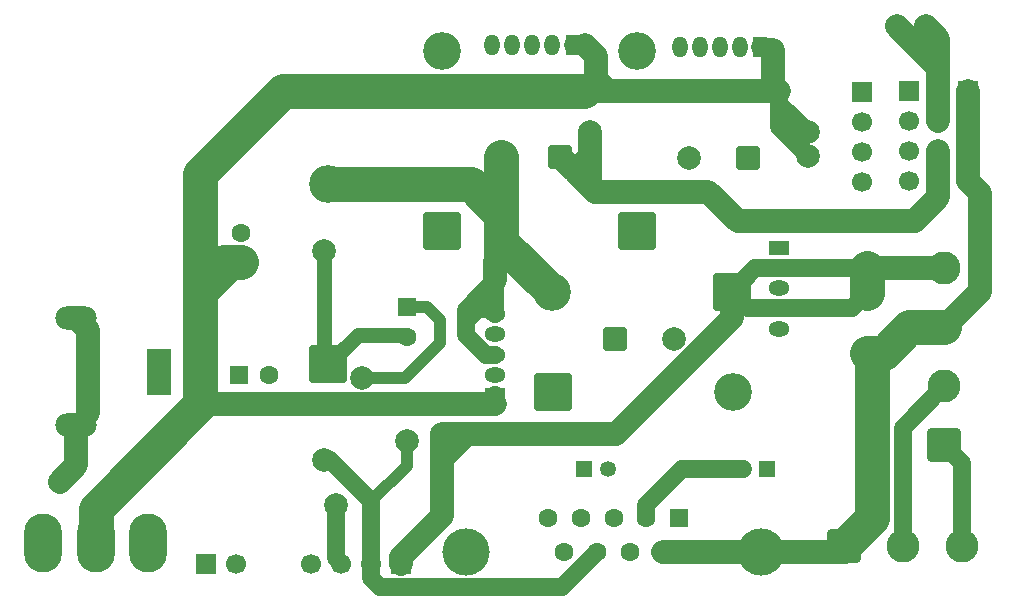
<source format=gbr>
%TF.GenerationSoftware,KiCad,Pcbnew,9.0.2*%
%TF.CreationDate,2025-06-26T14:56:16+08:00*%
%TF.ProjectId,deehli_board,64656568-6c69-45f6-926f-6172642e6b69,rev?*%
%TF.SameCoordinates,Original*%
%TF.FileFunction,Copper,L2,Bot*%
%TF.FilePolarity,Positive*%
%FSLAX46Y46*%
G04 Gerber Fmt 4.6, Leading zero omitted, Abs format (unit mm)*
G04 Created by KiCad (PCBNEW 9.0.2) date 2025-06-26 14:56:16*
%MOMM*%
%LPD*%
G01*
G04 APERTURE LIST*
G04 Aperture macros list*
%AMRoundRect*
0 Rectangle with rounded corners*
0 $1 Rounding radius*
0 $2 $3 $4 $5 $6 $7 $8 $9 X,Y pos of 4 corners*
0 Add a 4 corners polygon primitive as box body*
4,1,4,$2,$3,$4,$5,$6,$7,$8,$9,$2,$3,0*
0 Add four circle primitives for the rounded corners*
1,1,$1+$1,$2,$3*
1,1,$1+$1,$4,$5*
1,1,$1+$1,$6,$7*
1,1,$1+$1,$8,$9*
0 Add four rect primitives between the rounded corners*
20,1,$1+$1,$2,$3,$4,$5,0*
20,1,$1+$1,$4,$5,$6,$7,0*
20,1,$1+$1,$6,$7,$8,$9,0*
20,1,$1+$1,$8,$9,$2,$3,0*%
G04 Aperture macros list end*
%TA.AperFunction,ComponentPad*%
%ADD10RoundRect,0.250001X1.149999X-1.149999X1.149999X1.149999X-1.149999X1.149999X-1.149999X-1.149999X0*%
%TD*%
%TA.AperFunction,ComponentPad*%
%ADD11C,2.800000*%
%TD*%
%TA.AperFunction,ComponentPad*%
%ADD12R,1.700000X1.700000*%
%TD*%
%TA.AperFunction,ComponentPad*%
%ADD13C,1.700000*%
%TD*%
%TA.AperFunction,ComponentPad*%
%ADD14RoundRect,0.250000X-0.750000X-0.750000X0.750000X-0.750000X0.750000X0.750000X-0.750000X0.750000X0*%
%TD*%
%TA.AperFunction,ComponentPad*%
%ADD15C,2.000000*%
%TD*%
%TA.AperFunction,ComponentPad*%
%ADD16RoundRect,0.250001X-1.149999X-1.149999X1.149999X-1.149999X1.149999X1.149999X-1.149999X1.149999X0*%
%TD*%
%TA.AperFunction,ComponentPad*%
%ADD17RoundRect,0.250000X-0.550000X0.550000X-0.550000X-0.550000X0.550000X-0.550000X0.550000X0.550000X0*%
%TD*%
%TA.AperFunction,ComponentPad*%
%ADD18C,1.600000*%
%TD*%
%TA.AperFunction,ComponentPad*%
%ADD19RoundRect,0.250000X0.750000X0.750000X-0.750000X0.750000X-0.750000X-0.750000X0.750000X-0.750000X0*%
%TD*%
%TA.AperFunction,ComponentPad*%
%ADD20RoundRect,0.250000X0.550000X-0.550000X0.550000X0.550000X-0.550000X0.550000X-0.550000X-0.550000X0*%
%TD*%
%TA.AperFunction,ComponentPad*%
%ADD21R,1.350000X1.350000*%
%TD*%
%TA.AperFunction,ComponentPad*%
%ADD22C,1.350000*%
%TD*%
%TA.AperFunction,ComponentPad*%
%ADD23C,4.000000*%
%TD*%
%TA.AperFunction,ComponentPad*%
%ADD24R,1.600000X1.600000*%
%TD*%
%TA.AperFunction,ComponentPad*%
%ADD25R,1.275000X1.800000*%
%TD*%
%TA.AperFunction,ComponentPad*%
%ADD26O,1.275000X1.800000*%
%TD*%
%TA.AperFunction,ComponentPad*%
%ADD27R,1.800000X1.275000*%
%TD*%
%TA.AperFunction,ComponentPad*%
%ADD28O,1.800000X1.275000*%
%TD*%
%TA.AperFunction,ComponentPad*%
%ADD29RoundRect,0.250000X-0.550000X-0.550000X0.550000X-0.550000X0.550000X0.550000X-0.550000X0.550000X0*%
%TD*%
%TA.AperFunction,ComponentPad*%
%ADD30O,3.200000X5.000000*%
%TD*%
%TA.AperFunction,ComponentPad*%
%ADD31R,2.000000X4.000000*%
%TD*%
%TA.AperFunction,ComponentPad*%
%ADD32O,2.000000X3.300000*%
%TD*%
%TA.AperFunction,ComponentPad*%
%ADD33O,3.500000X2.000000*%
%TD*%
%TA.AperFunction,ComponentPad*%
%ADD34RoundRect,0.250000X-0.750000X0.750000X-0.750000X-0.750000X0.750000X-0.750000X0.750000X0.750000X0*%
%TD*%
%TA.AperFunction,ComponentPad*%
%ADD35RoundRect,0.250000X1.350000X-1.350000X1.350000X1.350000X-1.350000X1.350000X-1.350000X-1.350000X0*%
%TD*%
%TA.AperFunction,ComponentPad*%
%ADD36C,3.200000*%
%TD*%
%TA.AperFunction,ComponentPad*%
%ADD37RoundRect,0.250000X1.350000X1.350000X-1.350000X1.350000X-1.350000X-1.350000X1.350000X-1.350000X0*%
%TD*%
%TA.AperFunction,ComponentPad*%
%ADD38RoundRect,0.250000X-1.350000X-1.350000X1.350000X-1.350000X1.350000X1.350000X-1.350000X1.350000X0*%
%TD*%
%TA.AperFunction,ViaPad*%
%ADD39C,2.000000*%
%TD*%
%TA.AperFunction,Conductor*%
%ADD40C,2.000000*%
%TD*%
%TA.AperFunction,Conductor*%
%ADD41C,3.000000*%
%TD*%
%TA.AperFunction,Conductor*%
%ADD42C,1.500000*%
%TD*%
%TA.AperFunction,Conductor*%
%ADD43C,1.000000*%
%TD*%
%TA.AperFunction,Conductor*%
%ADD44C,1.270000*%
%TD*%
G04 APERTURE END LIST*
D10*
%TO.P,J6,1,Pin_1*%
%TO.N,CAN_L*%
X107500000Y-73891022D03*
D11*
%TO.P,J6,2,Pin_2*%
%TO.N,CAN_H*%
X107500000Y-68891022D03*
%TO.P,J6,3,Pin_3*%
%TO.N,GND*%
X107500000Y-63891022D03*
%TO.P,J6,4,Pin_4*%
%TO.N,15V_Other*%
X107500000Y-58891022D03*
%TD*%
D12*
%TO.P,PWR_IN2,1,Pin_1*%
%TO.N,Net-(PWR_IN2-Pin_1)*%
X45021584Y-83891022D03*
D13*
%TO.P,PWR_IN2,2,Pin_2*%
%TO.N,GND*%
X47561584Y-83891022D03*
%TD*%
D14*
%TO.P,C6,1*%
%TO.N,15V_ZDT*%
X79632323Y-64891022D03*
D15*
%TO.P,C6,2*%
%TO.N,GND*%
X84632323Y-64891022D03*
%TD*%
D16*
%TO.P,J5,1,Pin_1*%
%TO.N,GND*%
X99000000Y-82391022D03*
D11*
%TO.P,J5,2,Pin_2*%
%TO.N,CAN_H*%
X104000000Y-82391022D03*
%TO.P,J5,3,Pin_3*%
%TO.N,CAN_L*%
X109000000Y-82391022D03*
%TD*%
D17*
%TO.P,C5,1*%
%TO.N,5V_Other*%
X62000000Y-62208643D03*
D18*
%TO.P,C5,2*%
%TO.N,Net-(D12-K)*%
X62000000Y-64708643D03*
%TD*%
D19*
%TO.P,C3,1*%
%TO.N,5V_Servo12*%
X90867677Y-49581022D03*
D15*
%TO.P,C3,2*%
%TO.N,GND*%
X85867677Y-49581022D03*
%TD*%
D12*
%TO.P,J3,1,Pin_1*%
%TO.N,15V_Other*%
X61540000Y-83891022D03*
D13*
%TO.P,J3,2,Pin_2*%
%TO.N,5V_Other*%
X59000000Y-83891022D03*
%TO.P,J3,3,Pin_3*%
%TO.N,3.3V_Other*%
X56460000Y-83891022D03*
%TO.P,J3,4,Pin_4*%
%TO.N,GND*%
X53920000Y-83891022D03*
%TD*%
D20*
%TO.P,C1,1*%
%TO.N,Net-(SW1A-B)*%
X48000000Y-58391022D03*
D18*
%TO.P,C1,2*%
%TO.N,GND*%
X48000000Y-55891022D03*
%TD*%
D21*
%TO.P,JP1,1,A*%
%TO.N,unconnected-(JP1-A-Pad1)*%
X77000000Y-75891022D03*
D22*
%TO.P,JP1,2,B*%
%TO.N,unconnected-(JP1-B-Pad2)*%
X79000000Y-75891022D03*
%TD*%
D23*
%TO.P,J4,0,PAD*%
%TO.N,GND*%
X67000000Y-82891022D03*
X92000000Y-82891022D03*
D24*
%TO.P,J4,1,1*%
%TO.N,unconnected-(J4-Pad1)*%
X85040000Y-80051022D03*
D18*
%TO.P,J4,2,2*%
%TO.N,CAN_L*%
X82270000Y-80051022D03*
%TO.P,J4,3,3*%
%TO.N,CAN_H*%
X79500000Y-80051022D03*
%TO.P,J4,4,4*%
%TO.N,unconnected-(J4-Pad4)*%
X76730000Y-80051022D03*
%TO.P,J4,5,5*%
%TO.N,unconnected-(J4-Pad5)*%
X73960000Y-80051022D03*
%TO.P,J4,6,6*%
%TO.N,GND*%
X83655000Y-82891022D03*
%TO.P,J4,7,7*%
%TO.N,3.3V_Other*%
X80885000Y-82891022D03*
%TO.P,J4,8,8*%
%TO.N,5V_Other*%
X78115000Y-82891022D03*
%TO.P,J4,9,9*%
%TO.N,15V_ZDT*%
X75345000Y-82891022D03*
%TD*%
D12*
%TO.P,J2,1,Pin_1*%
%TO.N,Net-(J1-Pin_1)*%
X100500000Y-43951397D03*
D13*
%TO.P,J2,2,Pin_2*%
%TO.N,Net-(J1-Pin_2)*%
X100500000Y-46491397D03*
%TO.P,J2,3,Pin_3*%
%TO.N,Net-(J1-Pin_3)*%
X100500000Y-49031397D03*
%TO.P,J2,4,Pin_4*%
%TO.N,Net-(J1-Pin_4)*%
X100500000Y-51571397D03*
%TD*%
D25*
%TO.P,U3,1,VIN*%
%TO.N,Net-(SW1A-B)*%
X91900000Y-40131022D03*
D26*
%TO.P,U3,2,OUT*%
%TO.N,5V_Servo12*%
X90200000Y-40131022D03*
%TO.P,U3,3,GND*%
%TO.N,GND*%
X88500000Y-40131022D03*
%TO.P,U3,4,FB*%
%TO.N,5V_Servo12*%
X86800000Y-40131022D03*
%TO.P,U3,5,~{ON}/OFF*%
%TO.N,GND*%
X85100000Y-40131022D03*
%TD*%
D27*
%TO.P,U6,1,VIN*%
%TO.N,Net-(SW1A-B)*%
X69500000Y-69591022D03*
D28*
%TO.P,U6,2,OUT*%
%TO.N,15V_ZDT*%
X69500000Y-67891022D03*
%TO.P,U6,3,GND*%
%TO.N,GND*%
X69500000Y-66191022D03*
%TO.P,U6,4,FB*%
%TO.N,15V_ZDT*%
X69500000Y-64491022D03*
%TO.P,U6,5,~{ON}/OFF*%
%TO.N,GND*%
X69500000Y-62791022D03*
%TD*%
D19*
%TO.P,C2,1*%
%TO.N,5V_Servo34*%
X75000000Y-49457183D03*
D15*
%TO.P,C2,2*%
%TO.N,GND*%
X70000000Y-49457183D03*
%TD*%
D21*
%TO.P,JP2,1,A*%
%TO.N,Net-(JP2-A)*%
X92500000Y-75891022D03*
D22*
%TO.P,JP2,2,B*%
%TO.N,CAN_L*%
X90500000Y-75891022D03*
%TD*%
D29*
%TO.P,C4,1*%
%TO.N,3.3V_Other*%
X47817621Y-67891022D03*
D18*
%TO.P,C4,2*%
%TO.N,GND*%
X50317621Y-67891022D03*
%TD*%
D30*
%TO.P,SW1,1,A*%
%TO.N,GND*%
X31203344Y-82146524D03*
%TO.P,SW1,2,B*%
%TO.N,Net-(SW1A-B)*%
X35653344Y-82146524D03*
%TO.P,SW1,3,C*%
%TO.N,Net-(PWR_IN2-Pin_1)*%
X40103344Y-82146524D03*
%TD*%
D27*
%TO.P,U4,1,VIN*%
%TO.N,Net-(SW1A-B)*%
X93500000Y-57191022D03*
D28*
%TO.P,U4,2,OUT*%
%TO.N,15V_Other*%
X93500000Y-58891022D03*
%TO.P,U4,3,GND*%
%TO.N,GND*%
X93500000Y-60591022D03*
%TO.P,U4,4,FB*%
%TO.N,15V_Other*%
X93500000Y-62291022D03*
%TO.P,U4,5,~{ON}/OFF*%
%TO.N,GND*%
X93500000Y-63991022D03*
%TD*%
D31*
%TO.P,PWR_IN1,1*%
%TO.N,Net-(PWR_IN2-Pin_1)*%
X41000000Y-67641022D03*
D32*
%TO.P,PWR_IN1,2*%
%TO.N,GND*%
X35000000Y-67641022D03*
D33*
%TO.P,PWR_IN1,MP,MountPin*%
X34000000Y-63141022D03*
X34000000Y-72141022D03*
%TD*%
D25*
%TO.P,U2,1,VIN*%
%TO.N,Net-(SW1A-B)*%
X76032323Y-40007183D03*
D26*
%TO.P,U2,2,OUT*%
%TO.N,5V_Servo34*%
X74332323Y-40007183D03*
%TO.P,U2,3,GND*%
%TO.N,GND*%
X72632323Y-40007183D03*
%TO.P,U2,4,FB*%
%TO.N,5V_Servo34*%
X70932323Y-40007183D03*
%TO.P,U2,5,~{ON}/OFF*%
%TO.N,GND*%
X69232323Y-40007183D03*
%TD*%
D12*
%TO.P,J1,1,Pin_1*%
%TO.N,Net-(J1-Pin_1)*%
X104500000Y-43891022D03*
D13*
%TO.P,J1,2,Pin_2*%
%TO.N,Net-(J1-Pin_2)*%
X104500000Y-46431022D03*
%TO.P,J1,3,Pin_3*%
%TO.N,Net-(J1-Pin_3)*%
X104500000Y-48971022D03*
%TO.P,J1,4,Pin_4*%
%TO.N,Net-(J1-Pin_4)*%
X104500000Y-51511022D03*
D12*
%TO.P,J1,5,Pin_5*%
%TO.N,5V_Servo12*%
X107000000Y-43891022D03*
D13*
%TO.P,J1,6,Pin_6*%
X107000000Y-46431022D03*
%TO.P,J1,7,Pin_7*%
%TO.N,5V_Servo34*%
X107000000Y-48971022D03*
%TO.P,J1,8,Pin_8*%
X107000000Y-51511022D03*
D12*
%TO.P,J1,9,Pin_9*%
%TO.N,GND*%
X109500000Y-43891022D03*
D13*
%TO.P,J1,10,Pin_10*%
X109500000Y-46431022D03*
%TO.P,J1,11,Pin_11*%
X109500000Y-48971022D03*
%TO.P,J1,12,Pin_12*%
X109500000Y-51511022D03*
%TD*%
D34*
%TO.P,C7,1*%
%TO.N,15V_Other*%
X101000000Y-61023345D03*
D15*
%TO.P,C7,2*%
%TO.N,GND*%
X101000000Y-66023345D03*
%TD*%
D35*
%TO.P,D9,1,K*%
%TO.N,5V_Servo34*%
X65000000Y-55701022D03*
D36*
%TO.P,D9,2,A*%
%TO.N,GND*%
X65000000Y-40461022D03*
%TD*%
D37*
%TO.P,D8,1,K*%
%TO.N,15V_Other*%
X89500000Y-60891022D03*
D36*
%TO.P,D8,2,A*%
%TO.N,GND*%
X74260000Y-60891022D03*
%TD*%
D35*
%TO.P,D10,1,K*%
%TO.N,5V_Servo12*%
X81500000Y-55701022D03*
D36*
%TO.P,D10,2,A*%
%TO.N,GND*%
X81500000Y-40461022D03*
%TD*%
D38*
%TO.P,D11,1,K*%
%TO.N,15V_ZDT*%
X74380000Y-69391022D03*
D36*
%TO.P,D11,2,A*%
%TO.N,GND*%
X89620000Y-69391022D03*
%TD*%
D35*
%TO.P,D12,1,K*%
%TO.N,Net-(D12-K)*%
X55365000Y-67036022D03*
D36*
%TO.P,D12,2,A*%
%TO.N,GND*%
X55365000Y-51796022D03*
%TD*%
D39*
%TO.N,GND*%
X32625611Y-76956568D03*
%TO.N,5V_Other*%
X55000000Y-75091022D03*
X58165000Y-68191022D03*
X62000000Y-73500000D03*
%TO.N,15V_Other*%
X65000000Y-72891022D03*
%TO.N,3.3V_Other*%
X56005614Y-78941022D03*
%TO.N,Net-(SW1A-B)*%
X96000000Y-47391022D03*
X96000000Y-49391022D03*
%TO.N,5V_Servo12*%
X103500000Y-38391022D03*
X105975000Y-38416022D03*
%TO.N,5V_Servo34*%
X77500000Y-47391022D03*
%TO.N,Net-(D12-K)*%
X55000000Y-57391022D03*
%TD*%
D40*
%TO.N,GND*%
X35000000Y-67641022D02*
X35000000Y-64141022D01*
D41*
X99000000Y-82391022D02*
X101367204Y-80023818D01*
X70000000Y-51891022D02*
X70000000Y-54391022D01*
D42*
X69050000Y-60341022D02*
X69050000Y-62341022D01*
X98500000Y-82891022D02*
X99000000Y-82391022D01*
X67000000Y-63391022D02*
X67000000Y-62391022D01*
D40*
X35000000Y-64141022D02*
X34000000Y-63141022D01*
X34000000Y-75582179D02*
X32625611Y-76956568D01*
X109500000Y-51511022D02*
X110499000Y-52510022D01*
D41*
X70000000Y-56631022D02*
X74260000Y-60891022D01*
D42*
X67000000Y-64500000D02*
X67000000Y-63391022D01*
X68691022Y-66191022D02*
X67000000Y-64500000D01*
X68050000Y-62341022D02*
X69050000Y-62341022D01*
D41*
X102414213Y-66023345D02*
X104546536Y-63891022D01*
D42*
X35000000Y-71141022D02*
X34000000Y-72141022D01*
X69500000Y-66191022D02*
X68691022Y-66191022D01*
D40*
X110499000Y-60892022D02*
X107500000Y-63891022D01*
D41*
X104546536Y-63891022D02*
X107500000Y-63891022D01*
D40*
X83655000Y-82891022D02*
X98500000Y-82891022D01*
X35000000Y-67641022D02*
X35000000Y-71141022D01*
X110499000Y-52510022D02*
X110499000Y-60892022D01*
D41*
X70000000Y-54391022D02*
X70000000Y-56631022D01*
D42*
X69500000Y-62791022D02*
X69500000Y-58391022D01*
X69050000Y-62341022D02*
X69500000Y-62791022D01*
D40*
X69500000Y-58391022D02*
X69500000Y-59891022D01*
D42*
X67000000Y-63391022D02*
X68050000Y-62341022D01*
D41*
X70000000Y-49457183D02*
X70000000Y-51891022D01*
D42*
X69500000Y-58391022D02*
X70000000Y-57891022D01*
X69500000Y-59891022D02*
X69050000Y-60341022D01*
D40*
X34000000Y-72141022D02*
X34000000Y-75582179D01*
D42*
X67000000Y-62391022D02*
X69500000Y-59891022D01*
D41*
X101000000Y-66023345D02*
X102414213Y-66023345D01*
X70000000Y-56631022D02*
X70000000Y-57891022D01*
X101367204Y-66390549D02*
X101000000Y-66023345D01*
D40*
X109500000Y-51511022D02*
X109500000Y-43891022D01*
D41*
X101367204Y-80023818D02*
X101367204Y-66390549D01*
X55365000Y-51796022D02*
X67405000Y-51796022D01*
X67405000Y-51796022D02*
X70000000Y-54391022D01*
D42*
%TO.N,5V_Other*%
X59748919Y-85842022D02*
X75164000Y-85842022D01*
X55500000Y-75091022D02*
X59000000Y-78591022D01*
X59000000Y-78591022D02*
X59000000Y-83891022D01*
D43*
X58165000Y-68191022D02*
X61808978Y-68191022D01*
X63708643Y-62208643D02*
X62000000Y-62208643D01*
X61808978Y-68191022D02*
X64791357Y-65208643D01*
X59000000Y-78591022D02*
X62000000Y-75591022D01*
D42*
X75164000Y-85842022D02*
X78115000Y-82891022D01*
D43*
X64791357Y-63291357D02*
X63708643Y-62208643D01*
X64791357Y-65208643D02*
X64791357Y-63291357D01*
X62000000Y-75591022D02*
X62000000Y-73500000D01*
D42*
X55000000Y-75091022D02*
X55500000Y-75091022D01*
X59000000Y-83891022D02*
X59000000Y-85093103D01*
X59000000Y-85093103D02*
X59748919Y-85842022D01*
%TO.N,CAN_L*%
X82270000Y-78919652D02*
X85298630Y-75891022D01*
X85298630Y-75891022D02*
X90500000Y-75891022D01*
X109000000Y-75391022D02*
X107500000Y-73891022D01*
X82270000Y-80051022D02*
X82270000Y-78919652D01*
X109000000Y-82391022D02*
X109000000Y-75391022D01*
%TO.N,CAN_H*%
X104000000Y-72391022D02*
X104000000Y-82391022D01*
X107500000Y-68891022D02*
X104000000Y-72391022D01*
D40*
%TO.N,15V_Other*%
X67000000Y-72891022D02*
X79745008Y-72891022D01*
X65000000Y-75000000D02*
X65000000Y-79877573D01*
D42*
X99732323Y-62291022D02*
X101000000Y-61023345D01*
D40*
X89500000Y-63136030D02*
X89500000Y-60891022D01*
X79745008Y-72891022D02*
X89500000Y-63136030D01*
D41*
X101000000Y-61023345D02*
X101000000Y-58891022D01*
D40*
X67000000Y-73000000D02*
X65000000Y-75000000D01*
D42*
X93500000Y-58891022D02*
X91500000Y-58891022D01*
X93500000Y-62291022D02*
X99732323Y-62291022D01*
D40*
X101000000Y-58891022D02*
X107500000Y-58891022D01*
X65000000Y-72891022D02*
X65000000Y-75000000D01*
D42*
X93500000Y-62291022D02*
X90900000Y-62291022D01*
X101000000Y-58891022D02*
X93500000Y-58891022D01*
X90900000Y-62291022D02*
X89500000Y-60891022D01*
D40*
X65000000Y-79877573D02*
X61540000Y-83337573D01*
X65000000Y-72891022D02*
X67000000Y-72891022D01*
X67000000Y-72891022D02*
X67000000Y-73000000D01*
D42*
X91500000Y-58891022D02*
X89500000Y-60891022D01*
D40*
X61540000Y-83337573D02*
X61540000Y-83891022D01*
D42*
%TO.N,3.3V_Other*%
X56000000Y-83431022D02*
X56460000Y-83891022D01*
X56000000Y-78946636D02*
X56000000Y-83431022D01*
X56005614Y-78941022D02*
X56000000Y-78946636D01*
D41*
%TO.N,Net-(SW1A-B)*%
X44500000Y-60891022D02*
X44500000Y-50891022D01*
D40*
X77116161Y-40007183D02*
X78000000Y-40891022D01*
X93000000Y-40391022D02*
X93000000Y-43891022D01*
X79500000Y-43891022D02*
X93000000Y-43891022D01*
X93552737Y-43891022D02*
X93000000Y-43891022D01*
D42*
X93552737Y-44943759D02*
X96000000Y-47391022D01*
X92740000Y-40131022D02*
X93000000Y-40391022D01*
D41*
X44500000Y-70391022D02*
X44500000Y-60891022D01*
X35653344Y-79237678D02*
X44500000Y-70391022D01*
D42*
X93552737Y-43891022D02*
X93552737Y-44943759D01*
X91900000Y-40131022D02*
X92740000Y-40131022D01*
D41*
X44500000Y-50891022D02*
X51500000Y-43891022D01*
D42*
X93552737Y-44943759D02*
X93552737Y-46943759D01*
D41*
X51500000Y-43891022D02*
X77000000Y-43891022D01*
D40*
X79000000Y-43891022D02*
X79500000Y-43891022D01*
D41*
X35653344Y-82146524D02*
X35653344Y-79237678D01*
D42*
X69500000Y-69591022D02*
X69500000Y-70391022D01*
D41*
X48000000Y-58391022D02*
X47000000Y-58391022D01*
X47000000Y-58391022D02*
X44500000Y-60891022D01*
D40*
X78000000Y-42891022D02*
X77000000Y-43891022D01*
D42*
X93552737Y-46943759D02*
X96000000Y-49391022D01*
X76032323Y-40007183D02*
X77116161Y-40007183D01*
D40*
X78000000Y-42891022D02*
X79000000Y-43891022D01*
D41*
X48000000Y-58391022D02*
X46500000Y-58391022D01*
D40*
X69500000Y-70391022D02*
X44500000Y-70391022D01*
X77000000Y-43891022D02*
X79500000Y-43891022D01*
X78000000Y-40891022D02*
X78000000Y-42891022D01*
%TO.N,5V_Servo12*%
X106500000Y-41391022D02*
X103500000Y-38391022D01*
X105975000Y-38416022D02*
X107000000Y-39441022D01*
X107000000Y-41391022D02*
X106500000Y-41391022D01*
X107000000Y-39441022D02*
X107000000Y-41391022D01*
X107000000Y-41391022D02*
X107000000Y-46431022D01*
%TO.N,5V_Servo34*%
X77500000Y-47391022D02*
X77500000Y-51957183D01*
X107000000Y-48971022D02*
X107000000Y-52891022D01*
X77500000Y-47391022D02*
X77500000Y-49391022D01*
X87500000Y-52391022D02*
X77933839Y-52391022D01*
X77933839Y-52391022D02*
X76216920Y-50674102D01*
X76216920Y-50674102D02*
X75000000Y-49457183D01*
X77500000Y-49391022D02*
X76216920Y-50674102D01*
X107000000Y-52891022D02*
X105000000Y-54891022D01*
X77500000Y-51957183D02*
X77933839Y-52391022D01*
X90000000Y-54891022D02*
X87500000Y-52391022D01*
X105000000Y-54891022D02*
X90000000Y-54891022D01*
D44*
%TO.N,Net-(D12-K)*%
X55365000Y-67036022D02*
X57901022Y-64500000D01*
X57901022Y-64500000D02*
X61791357Y-64500000D01*
X55000000Y-57391022D02*
X55000000Y-66671022D01*
X61791357Y-64500000D02*
X62000000Y-64708643D01*
D43*
X55000000Y-66671022D02*
X55365000Y-67036022D01*
%TD*%
M02*

</source>
